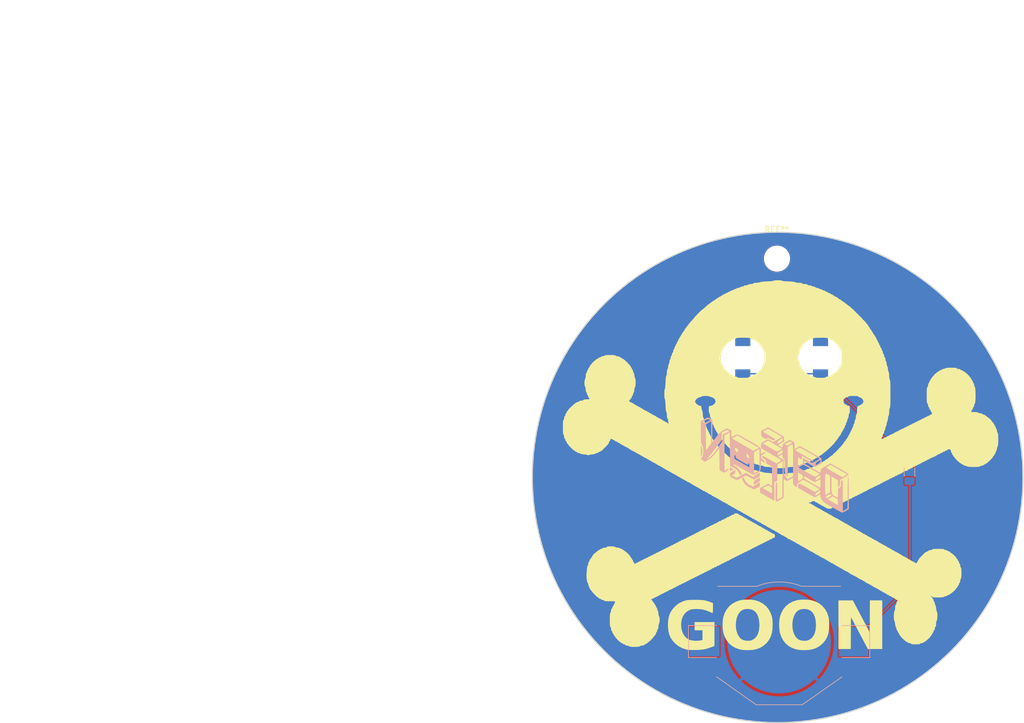
<source format=kicad_pcb>
(kicad_pcb (version 20211014) (generator pcbnew)
  (layers (0 "F.Cu" signal) (31 "B.Cu" signal) (34 "B.Paste" user) (35 "F.Paste" user) (36 "B.SilkS" user "B.Silkscreen") (37 "F.SilkS" user "F.Silkscreen") (38 "B.Mask" user) (39 "F.Mask" user) (44 "Edge.Cuts" user))
  (net 0 "")
  (net 1 "GND")
  (net 2 "Net-(BT1-Pad1)")
  (net 3 "Net-(D1-Pad2)")
  (footprint "DEFCON_Jack:DEFCON_Jack" (layer "F.Cu") (at 150.59 98.39)
    (fp_text reference "G***" hide)
    (fp_text value "LOGO" hide)
  )
  (footprint "GOON_text:GOON_text" (layer "F.Cu") (at 149.593048 126.29373)
    (fp_text reference "G***" hide)
    (fp_text value "LOGO" hide)
  )
  (footprint "MountingHole:MountingHole_4mm" (layer "F.Cu") (at 149.975 63.4)
    (fp_text reference "REF**" (at 0 -5) (layer "F.SilkS"))
    (fp_text value "MountingHole_4mm")
    (pad "" np_thru_hole circle (at 0 0) (size 4 4) (drill 4) (layers F&B.Cu *.Mask))
  )
  (footprint "GOON_text:LED_PLCC-2_Reverse-Mount" (layer "B.Cu") (at 144.1 80.425 -90)
    (fp_text reference "D1" hide)
    (fp_text value "LED")
    (pad "1" smd rect (at -2.75 0 270) (size 1.5 2.6) (layers "B.Cu" "B.Paste" "B.Mask") (net 1 "GND"))
    (pad "2" smd rect (at 2.75 0 270) (size 1.5 2.6) (layers "B.Cu" "B.Paste" "B.Mask") (net 3 "Net-(D1-Pad2)"))
  )
  (footprint "GOON_text:LED_PLCC-2_Reverse-Mount" (layer "B.Cu") (at 157.45 80.425 -90)
    (fp_text reference "D2" hide)
    (fp_text value "LED")
    (pad "1" smd rect (at -2.75 0 270) (size 1.5 2.6) (layers "B.Cu" "B.Paste" "B.Mask") (net 1 "GND"))
    (pad "2" smd rect (at 2.75 0 270) (size 1.5 2.6) (layers "B.Cu" "B.Paste" "B.Mask") (net 3 "Net-(D1-Pad2)"))
  )
  (footprint "Resistor_SMD:R_1206_3216Metric_Pad1.30x1.75mm_HandSolder" (layer "B.Cu") (at 172.725 100.075 -90)
    (fp_text reference "R1" hide)
    (fp_text value "R" hide)
    (pad "1" smd roundrect (at -1.55 0 270) (size 1.3 1.75) (layers "B.Cu" "B.Paste" "B.Mask") (roundrect_rratio 0.1923076923) (net 3 "Net-(D1-Pad2)"))
    (pad "2" smd roundrect (at 1.55 0 270) (size 1.3 1.75) (layers "B.Cu" "B.Paste" "B.Mask") (roundrect_rratio 0.1923076923) (net 2 "Net-(BT1-Pad1)"))
  )
  (footprint "GOON_text:DC31" (layer "B.Cu") (at 149.6 98.825 180)
    (fp_text reference "G***" hide)
    (fp_text value "LOGO" hide)
  )
  (footprint "Battery:BatteryHolder_Keystone_3002_1x2032" (layer "B.Cu") (at 150.35 129.2 180)
    (fp_text reference "BT1" hide)
    (fp_text value "Battery_Cell" hide)
    (pad "1" smd rect (at 12.8 0 180) (size 5.1 5.1) (layers "B.Cu" "B.Paste" "B.Mask") (net 2 "Net-(BT1-Pad1)"))
    (pad "1" smd rect (at -12.8 0 180) (size 5.1 5.1) (layers "B.Cu" "B.Paste" "B.Mask") (net 2 "Net-(BT1-Pad1)"))
    (pad "2" smd circle (at 0 0 180) (size 17.8 17.8) (layers "B.Cu" "B.Mask") (net 1 "GND"))
  )
  (gr_circle (center 150.09 100.988057) (end 192.218057 100.988057) (layer "Edge.Cuts") (width 0.2) (fill none))
  (segment (start 157.45 77.675) (end 157.45 76.275) (width 0.25) (layer "B.Cu") (net 1))
  (segment (start 144.1 77.675) (end 144.1 76.275) (width 0.25) (layer "B.Cu") (net 1))
  (segment (start 172.825 119.5) (end 172.825 101.725) (width 0.25) (layer "B.Cu") (net 2))
  (segment (start 163.15 129.175) (end 172.825 119.5) (width 0.25) (layer "B.Cu") (net 2))
  (segment (start 144.1 83.175) (end 157.45 83.175) (width 0.25) (layer "B.Cu") (net 3))
  (segment (start 157.45 83.25) (end 172.725 98.525) (width 0.25) (layer "B.Cu") (net 3))
  (zone (net 0) (net_name "") (layers F&B.Cu) (name "Eye") (connect_pads (clearance 0)) (min_thickness 0.254)
    (keepout (tracks allowed) (vias not_allowed) (pads allowed) (copperpour not_allowed) (footprints allowed))
    (fill (thermal_gap 0.508) (thermal_bridge_width 0.508))
    (polygon (pts (xy 147.925 80.375) (xy 147.925 80.075) (xy 147.9 79.725) (xy 147.825 79.4) (xy 147.65 78.95) (xy 147.425 78.575) (xy 147.2 78.175) (xy 146.95 77.9) (xy 146.725 77.65) (xy 146.371765 77.448162) (xy 146.058084 77.229335) (xy 145.723894 77.043327) (xy 145.372618 76.892044) (xy 145.007853 76.777034) (xy 144.633332 76.699474) (xy 144.25289 76.660159) (xy 143.870423 76.659492) (xy 143.489847 76.697478) (xy 143.115057 76.77373) (xy 142.749892 76.887466) (xy 142.39809 77.037522) (xy 142.063254 77.222362) (xy 141.74881 77.440093) (xy 141.45798 77.688486) (xy 141.193739 77.964997) (xy 140.958795 78.266797) (xy 140.755553 78.590793) (xy 140.586092 78.93367) (xy 140.452149 79.291917) (xy 140.355095 79.661865) (xy 140.295923 80.039728) (xy 140.27524 80.421636) (xy 140.293257 80.803679) (xy 140.349789 81.181945) (xy 140.444258 81.552562) (xy 140.575697 81.911735) (xy 140.742759 82.255787) (xy 140.943735 82.581195) (xy 141.176567 82.884627) (xy 141.43887 83.162976) (xy 141.727959 83.413393) (xy 142.040875 83.633314) (xy 142.374413 83.820487) (xy 142.725159 83.972996) (xy 143.089521 84.089278) (xy 143.463769 84.168145) (xy 143.844071 84.208787) (xy 144.226533 84.21079) (xy 144.60724 84.174132) (xy 144.982293 84.099189) (xy 145.347853 83.986728) (xy 145.700177 83.837901) (xy 146.035657 83.654231) (xy 146.350858 83.437599) (xy 146.642554 83.190223) (xy 146.907758 82.95) (xy 147.2 82.65) (xy 147.425 82.3) (xy 147.6 82.025) (xy 147.75 81.675) (xy 147.875 81.3) (xy 147.925 80.875) (xy 147.925 80.575)))
  )
  (zone (net 1) (net_name "GND") (layers F&B.Cu) (name "Copper") (connect_pads (clearance 0)) (min_thickness 0.254) (fill yes (thermal_gap 0.508) (thermal_bridge_width 0.508) (island_removal_mode 1) (island_area_min 0))
    (polygon (pts (xy 192.399813 100.994809) (xy 192.381239 99.742899) (xy 192.325534 98.492091) (xy 192.232747 97.243486) (xy 192.102959 95.998184) (xy 191.936284 94.757279) (xy 191.732871 93.521866) (xy 191.492896 92.293031) (xy 191.216572 91.071856) (xy 190.904143 89.859416) (xy 190.555882 88.656778) (xy 190.172097 87.465001) (xy 189.753125 86.285134) (xy 189.299335 85.118215) (xy 188.811127 83.965273) (xy 188.28893 82.827321) (xy 187.733205 81.705362) (xy 187.144439 80.600383) (xy 186.523153 79.513356) (xy 185.869891 78.44524) (xy 185.185231 77.396973) (xy 184.469773 76.369479) (xy 183.724148 75.363662) (xy 182.949013 74.380408) (xy 182.14505 73.420582) (xy 181.312966 72.485029) (xy 180.453494 71.574572) (xy 179.56739 70.690014) (xy 178.655435 69.832132) (xy 177.718431 69.001682) (xy 176.757203 68.199395) (xy 175.772597 67.425977) (xy 174.76548 66.682109) (xy 173.736739 65.968446) (xy 172.687279 65.285616) (xy 171.618024 64.63422) (xy 170.529915 64.014831) (xy 169.42391 63.427995) (xy 168.300982 62.874229) (xy 167.162121 62.354019) (xy 166.008328 61.867824) (xy 164.84062 61.416071) (xy 163.660023 60.999159) (xy 162.467578 60.617455) (xy 161.264334 60.271293) (xy 160.051351 59.96098) (xy 158.829695 59.686788) (xy 157.600443 59.448959) (xy 156.364676 59.247702) (xy 155.123483 59.083193) (xy 153.877956 58.955579) (xy 152.629191 58.864971) (xy 151.378288 58.811449) (xy 150.126347 58.79506) (xy 148.874472 58.815819) (xy 147.623763 58.873707) (xy 146.375322 58.968674) (xy 145.130248 59.100635) (xy 143.889636 59.269475) (xy 142.65458 59.475044) (xy 141.426166 59.717163) (xy 140.205475 59.995618) (xy 138.993582 60.310163) (xy 137.791553 60.660523) (xy 136.600448 61.046387) (xy 135.421314 61.467418) (xy 134.255189 61.923243) (xy 133.103101 62.413463) (xy 131.966062 62.937645) (xy 130.845075 63.495328) (xy 129.741125 64.086021) (xy 128.655184 64.709204) (xy 127.588209 65.364328) (xy 126.541139 66.050818) (xy 125.514896 66.768068) (xy 124.510382 67.515446) (xy 123.528482 68.292296) (xy 122.57006 69.097934) (xy 121.635961 69.93165) (xy 120.727006 70.792709) (xy 119.843995 71.680356) (xy 118.987706 72.593807) (xy 118.158893 73.532259) (xy 117.358285 74.494885) (xy 116.586586 75.480839) (xy 115.844477 76.489253) (xy 115.132611 77.519238) (xy 114.451613 78.569888) (xy 113.802084 79.640279) (xy 113.184596 80.729467) (xy 112.599691 81.836495) (xy 112.047885 82.960387) (xy 111.529664 84.100155) (xy 111.045484 85.254794) (xy 110.59577 86.42329) (xy 110.180919 87.604612) (xy 109.801296 88.797721) (xy 109.457236 90.001567) (xy 109.14904 91.215091) (xy 108.876981 92.437223) (xy 108.641297 93.666888) (xy 108.442197 94.903004) (xy 108.279855 96.144483) (xy 108.154415 97.390231) (xy 108.065986 98.639152) (xy 108.014648 99.890147) (xy 108.000444 101.142114) (xy 108.023388 102.393951) (xy 108.083459 103.644557) (xy 108.180604 104.892831) (xy 108.314738 106.137673) (xy 108.485743 107.377987) (xy 108.693468 108.612683) (xy 108.93773 109.840673) (xy 109.218315 111.060876) (xy 109.534975 112.272218) (xy 109.887432 113.473633) (xy 110.275375 114.664063) (xy 110.698463 115.842461) (xy 111.156323 117.007788) (xy 111.648553 118.159019) (xy 112.174718 119.295141) (xy 112.734357 120.415154) (xy 113.326976 121.518071) (xy 113.952053 122.602922) (xy 114.609039 123.668752) (xy 115.297354 124.714622) (xy 116.016394 125.739613) (xy 116.765525 126.742821) (xy 117.544088 127.723363) (xy 118.351397 128.680377) (xy 119.186742 129.61302) (xy 120.049387 130.520471) (xy 120.938573 131.401931) (xy 121.853517 132.256624) (xy 122.793414 133.083799) (xy 123.757436 133.882725) (xy 124.744736 134.652702) (xy 125.754443 135.39305) (xy 126.785669 136.103117) (xy 127.837506 136.78228) (xy 128.909029 137.42994) (xy 129.999293 138.045526) (xy 131.10734 138.628498) (xy 132.232194 139.178341) (xy 133.372864 139.694573) (xy 134.528347 140.176737) (xy 135.697625 140.624411) (xy 136.87967 141.037199) (xy 138.07344 141.414739) (xy 139.277885 141.756698) (xy 140.491944 142.062775) (xy 141.714549 142.332701) (xy 142.944624 142.566238) (xy 144.181086 142.763181) (xy 145.422846 142.923356) (xy 146.668811 143.046621) (xy 147.917884 143.13287) (xy 149.168967 143.182025) (xy 150.420957 143.194044) (xy 151.672752 143.168915) (xy 152.923251 143.106661) (xy 154.171353 143.007338) (xy 155.415959 142.871031) (xy 156.655974 142.697862) (xy 157.890305 142.487982) (xy 159.117867 142.241577) (xy 160.337578 141.958863) (xy 161.548366 141.640089) (xy 162.749164 141.285536) (xy 163.938915 140.895516) (xy 165.116572 140.470372) (xy 166.281099 140.010479) (xy 167.431469 139.516241) (xy 168.566671 138.988093) (xy 169.685705 138.4265) (xy 170.787586 137.831957) (xy 171.871345 137.204988) (xy 172.936026 136.546143) (xy 173.980694 135.856003) (xy 175.004428 135.135175) (xy 176.006327 134.384294) (xy 176.985509 133.604021) (xy 177.941112 132.795043) (xy 178.872296 131.958072) (xy 179.77824 131.093845) (xy 180.658147 130.203122) (xy 181.511242 129.286687) (xy 182.336774 128.345348) (xy 183.134017 127.379932) (xy 183.902269 126.39129) (xy 184.640854 125.380293) (xy 185.349121 124.347829) (xy 186.026446 123.294808) (xy 186.672235 122.222157) (xy 187.285918 121.130819) (xy 187.866955 120.021757) (xy 188.414834 118.895945) (xy 188.929074 117.754376) (xy 189.409221 116.598053) (xy 189.854853 115.427995) (xy 190.265578 114.245232) (xy 190.641033 113.050805) (xy 190.98089 111.845765) (xy 191.284848 110.631173) (xy 191.552639 109.408099) (xy 191.784029 108.177618) (xy 191.978813 106.940815) (xy 192.13682 105.698777) (xy 192.257911 104.452599) (xy 192.34198 103.203377) (xy 192.388951 101.95221)))
  )
  (zone (net 0) (net_name "") (layers F&B.Cu) (name "Eye") (connect_pads (clearance 0)) (min_thickness 0.254)
    (keepout (tracks allowed) (vias not_allowed) (pads allowed) (copperpour not_allowed) (footprints allowed))
    (fill (thermal_gap 0.508) (thermal_bridge_width 0.508))
    (polygon (pts (xy 161.25 80.325) (xy 161.225 79.925) (xy 161.157817 79.564503) (xy 161.062055 79.194218) (xy 160.925 78.825) (xy 160.75 78.475) (xy 160.512125 78.179456) (xy 160.278235 77.876838) (xy 160.014962 77.599406) (xy 159.725 77.35) (xy 159.411319 77.131173) (xy 159.077129 76.945165) (xy 158.725853 76.793882) (xy 158.361088 76.678872) (xy 157.986567 76.601312) (xy 157.606125 76.561997) (xy 157.223658 76.56133) (xy 156.843082 76.599316) (xy 156.468292 76.675568) (xy 156.103127 76.789304) (xy 155.751325 76.93936) (xy 155.416489 77.1242) (xy 155.102045 77.341931) (xy 154.811215 77.590324) (xy 154.546974 77.866835) (xy 154.31203 78.168635) (xy 154.108788 78.492631) (xy 153.939327 78.835508) (xy 153.805384 79.193755) (xy 153.70833 79.563703) (xy 153.575 79.95) (xy 153.525 80.329956) (xy 153.55 80.725) (xy 153.675 81.083783) (xy 153.797493 81.4544) (xy 153.928932 81.813573) (xy 154.095994 82.157625) (xy 154.29697 82.483033) (xy 154.529802 82.786465) (xy 154.792105 83.064814) (xy 155.081194 83.315231) (xy 155.39411 83.535152) (xy 155.727648 83.722325) (xy 156.078394 83.874834) (xy 156.442756 83.991116) (xy 156.817004 84.069983) (xy 157.197306 84.110625) (xy 157.579768 84.112628) (xy 157.960475 84.07597) (xy 158.335528 84.001027) (xy 158.701088 83.888566) (xy 159.053412 83.739739) (xy 159.388892 83.556069) (xy 159.704093 83.339437) (xy 159.995789 83.092061) (xy 160.260993 82.816473) (xy 160.509474 82.527394) (xy 160.762485 82.261898) (xy 160.95 81.9) (xy 161.099792 81.513279) (xy 161.199792 81.138279) (xy 161.25 80.725) (xy 161.25 80.425)))
  )
)
</source>
